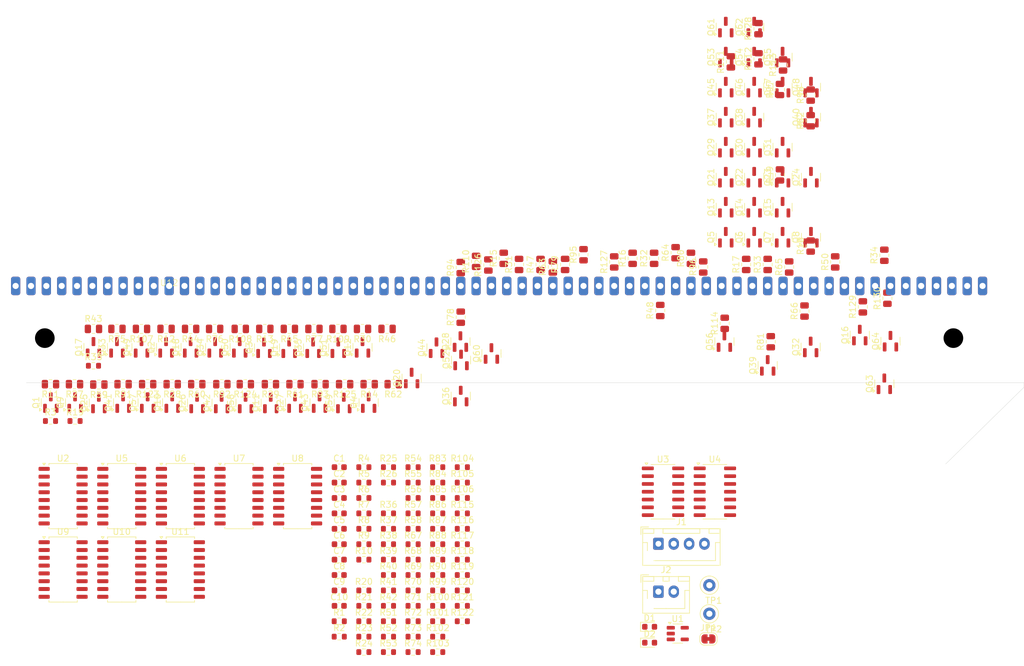
<source format=kicad_pcb>
(kicad_pcb (version 20240108) (generator "pcbnew") (generator_version "8.0")
  (layers (0 "F.Cu" signal) (31 "B.Cu" signal) (34 "B.Paste" user) (35 "F.Paste" user) (36 "B.SilkS" user "B.Silkscreen") (37 "F.SilkS" user "F.Silkscreen") (38 "B.Mask" user) (39 "F.Mask" user) (44 "Edge.Cuts" user))
  (net 0 "")
  (net 1 "GND")
  (net 2 "VCC")
  (net 3 "Net-(D1-A)")
  (net 4 "Net-(D2-A)")
  (net 5 "/RESET_COUNT")
  (net 6 "/INPUT_CLK")
  (net 7 "HT")
  (net 8 "Net-(JP1-A)")
  (net 9 "/LAST_COUNT_RESET")
  (net 10 "Net-(Q1-B)")
  (net 11 "/K0")
  (net 12 "/K8")
  (net 13 "Net-(Q2-B)")
  (net 14 "/K16")
  (net 15 "Net-(Q3-B)")
  (net 16 "Net-(Q4-B)")
  (net 17 "/K24")
  (net 18 "Net-(Q5-B)")
  (net 19 "/K32")
  (net 20 "Net-(Q6-B)")
  (net 21 "/K40")
  (net 22 "Net-(Q7-B)")
  (net 23 "/K48")
  (net 24 "/K56")
  (net 25 "Net-(Q8-B)")
  (net 26 "/OUT_K0")
  (net 27 "/OUT_K8")
  (net 28 "/OUT_K16")
  (net 29 "/OUT_K24")
  (net 30 "/OUT_K32")
  (net 31 "/OUT_K40")
  (net 32 "/OUT_K48")
  (net 33 "/OUT_K56")
  (net 34 "Net-(Q9-B)")
  (net 35 "/K1")
  (net 36 "/K9")
  (net 37 "Net-(Q10-B)")
  (net 38 "/K17")
  (net 39 "Net-(Q11-B)")
  (net 40 "/K25")
  (net 41 "Net-(Q12-B)")
  (net 42 "Net-(Q13-B)")
  (net 43 "/K33")
  (net 44 "Net-(Q14-B)")
  (net 45 "/K41")
  (net 46 "/K49")
  (net 47 "Net-(Q15-B)")
  (net 48 "/K57")
  (net 49 "Net-(Q16-B)")
  (net 50 "/OUT_K1")
  (net 51 "/OUT_K9")
  (net 52 "/OUT_K17")
  (net 53 "/OUT_K25")
  (net 54 "/OUT_K33")
  (net 55 "/OUT_K41")
  (net 56 "/OUT_K49")
  (net 57 "/OUT_K57")
  (net 58 "Net-(Q17-B)")
  (net 59 "/K2")
  (net 60 "/K10")
  (net 61 "Net-(Q18-B)")
  (net 62 "/K18")
  (net 63 "Net-(Q19-B)")
  (net 64 "/K26")
  (net 65 "Net-(Q20-B)")
  (net 66 "Net-(Q21-B)")
  (net 67 "/K34")
  (net 68 "/K42")
  (net 69 "Net-(Q22-B)")
  (net 70 "/K50")
  (net 71 "Net-(Q23-B)")
  (net 72 "/K58")
  (net 73 "Net-(Q24-B)")
  (net 74 "/OUT_K2")
  (net 75 "/OUT_K10")
  (net 76 "/OUT_K18")
  (net 77 "/OUT_K26")
  (net 78 "/OUT_K34")
  (net 79 "/OUT_K42")
  (net 80 "/OUT_K50")
  (net 81 "/OUT_K58")
  (net 82 "/K3")
  (net 83 "Net-(Q25-B)")
  (net 84 "Net-(Q26-B)")
  (net 85 "/K11")
  (net 86 "/K19")
  (net 87 "Net-(Q27-B)")
  (net 88 "Net-(Q28-B)")
  (net 89 "/K27")
  (net 90 "Net-(Q29-B)")
  (net 91 "/K35")
  (net 92 "Net-(Q30-B)")
  (net 93 "/K43")
  (net 94 "/K51")
  (net 95 "Net-(Q31-B)")
  (net 96 "/K59")
  (net 97 "Net-(Q32-B)")
  (net 98 "/OUT_K3")
  (net 99 "/OUT_K11")
  (net 100 "/OUT_K19")
  (net 101 "/OUT_K27")
  (net 102 "/OUT_K35")
  (net 103 "/OUT_K43")
  (net 104 "/OUT_K51")
  (net 105 "/OUT_K59")
  (net 106 "/K4")
  (net 107 "Net-(Q33-B)")
  (net 108 "Net-(Q34-B)")
  (net 109 "/K12")
  (net 110 "/K20")
  (net 111 "Net-(Q35-B)")
  (net 112 "/K28")
  (net 113 "Net-(Q36-B)")
  (net 114 "/K36")
  (net 115 "Net-(Q37-B)")
  (net 116 "Net-(Q38-B)")
  (net 117 "/K44")
  (net 118 "/K52")
  (net 119 "Net-(Q39-B)")
  (net 120 "Net-(Q40-B)")
  (net 121 "/K60")
  (net 122 "/OUT_K4")
  (net 123 "/OUT_K12")
  (net 124 "/OUT_K20")
  (net 125 "/OUT_K28")
  (net 126 "/OUT_K36")
  (net 127 "/OUT_K44")
  (net 128 "/OUT_K52")
  (net 129 "/OUT_K60")
  (net 130 "/K5")
  (net 131 "Net-(Q41-B)")
  (net 132 "/K13")
  (net 133 "Net-(Q42-B)")
  (net 134 "/K21")
  (net 135 "Net-(Q43-B)")
  (net 136 "/K29")
  (net 137 "Net-(Q44-B)")
  (net 138 "Net-(Q45-B)")
  (net 139 "/K37")
  (net 140 "/K45")
  (net 141 "Net-(Q46-B)")
  (net 142 "Net-(Q47-B)")
  (net 143 "/K53")
  (net 144 "/K61")
  (net 145 "Net-(Q48-B)")
  (net 146 "/OUT_K5")
  (net 147 "/OUT_K13")
  (net 148 "/OUT_K21")
  (net 149 "/OUT_K29")
  (net 150 "/OUT_K37")
  (net 151 "/OUT_K45")
  (net 152 "/OUT_K53")
  (net 153 "/OUT_K61")
  (net 154 "Net-(Q49-B)")
  (net 155 "/K6")
  (net 156 "Net-(Q50-B)")
  (net 157 "/K14")
  (net 158 "/K22")
  (net 159 "Net-(Q51-B)")
  (net 160 "Net-(Q52-B)")
  (net 161 "/K30")
  (net 162 "/K38")
  (net 163 "Net-(Q53-B)")
  (net 164 "Net-(Q54-B)")
  (net 165 "/uK46")
  (net 166 "/K54")
  (net 167 "Net-(Q55-B)")
  (net 168 "Net-(Q56-B)")
  (net 169 "/K62")
  (net 170 "/OUT_K6")
  (net 171 "/OUT_K14")
  (net 172 "/OUT_K22")
  (net 173 "/OUT_K30")
  (net 174 "/OUT_K38")
  (net 175 "/OUT_K46")
  (net 176 "/OUT_K54")
  (net 177 "/OUT_K62")
  (net 178 "/K7")
  (net 179 "Net-(Q57-B)")
  (net 180 "Net-(Q58-B)")
  (net 181 "/K15")
  (net 182 "/K23")
  (net 183 "Net-(Q59-B)")
  (net 184 "/K31")
  (net 185 "Net-(Q60-B)")
  (net 186 "/K39")
  (net 187 "Net-(Q61-B)")
  (net 188 "Net-(Q62-B)")
  (net 189 "/K47")
  (net 190 "/K55")
  (net 191 "Net-(Q63-B)")
  (net 192 "Net-(Q64-B)")
  (net 193 "/K63")
  (net 194 "/OUT_K7")
  (net 195 "/OUT_K15")
  (net 196 "/OUT_K23")
  (net 197 "/OUT_K31")
  (net 198 "/OUT_K39")
  (net 199 "/OUT_K55")
  (net 200 "/OUT_K63")
  (net 201 "Net-(U11-Q9)")
  (net 202 "Net-(U11-Cout)")
  (net 203 "Net-(U2-Reset)")
  (net 204 "Net-(U2-CKEN)")
  (net 206 "Net-(U6-CKEN)")
  (net 207 "Net-(U8-CLK)")
  (net 208 "Net-(U5-CLK)")
  (net 210 "Net-(U7-CLK)")
  (net 211 "/CLK")
  (net 212 "Net-(U7-CKEN)")
  (net 213 "Net-(U5-CKEN)")
  (net 214 "Net-(U6-CLK)")
  (net 215 "Net-(U10-CLK)")
  (net 216 "Net-(U9-CKEN)")
  (net 217 "Net-(U10-CKEN)")
  (net 218 "Net-(U9-CLK)")
  (net 219 "Net-(U8-CKEN)")
  (net 220 "Net-(U11-CLK)")
  (net 221 "Net-(U5-Q0)")
  (net 223 "Net-(U6-Q0)")
  (net 226 "Net-(U7-Q0)")
  (net 227 "Net-(U8-Q0)")
  (net 230 "/K46")
  (net 231 "Net-(U10-Reset)")
  (net 232 "Net-(U10-Q0)")
  (net 235 "/OUT_K47")
  (footprint "Package_TO_SOT_SMD:SOT-23" (layer "F.Cu") (at 104 72 90)
    (property "Reference" "Q10")
    (property "Value" "Q_NPN_BEC")
  )
  (footprint "Resistor_SMD:R_0805_2012Metric" (layer "F.Cu") (at 140 69 180)
    (property "Reference" "R62")
    (property "Value" "220K")
  )
  (footprint "Resistor_SMD:R_0603_1608Metric" (layer "F.Cu") (at 131.21 107.62)
    (property "Reference" "R1")
    (property "Value" "100K")
  )
  (footprint "Package_TO_SOT_SMD:SOT-23" (layer "F.Cu") (at 194.175 30.3925 90)
    (property "Reference" "Q29")
    (property "Value" "Q_NPN_BEC")
  )
  (footprint "Resistor_SMD:R_0603_1608Metric" (layer "F.Cu") (at 139.23 102.6)
    (property "Reference" "R41")
    (property "Value" "10K")
  )
  (footprint "Resistor_SMD:R_0805_2012Metric" (layer "F.Cu") (at 182.5 48.5 90)
    (property "Reference" "R32")
    (property "Value" "220K")
  )
  (footprint "Resistor_SMD:R_0603_1608Metric" (layer "F.Cu") (at 147.25 100.09)
    (property "Reference" "R90")
    (property "Value" "10K")
  )
  (footprint "Resistor_SMD:R_0805_2012Metric" (layer "F.Cu") (at 127.0875 60 180)
    (property "Reference" "R77")
    (property "Value" "220K")
  )
  (footprint "Resistor_SMD:R_0805_2012Metric" (layer "F.Cu") (at 197.5 49.5 90)
    (property "Reference" "R17")
    (property "Value" "220K")
  )
  (footprint "Resistor_SMD:R_0603_1608Metric" (layer "F.Cu") (at 143.24 87.54)
    (property "Reference" "R56")
    (property "Value" "10K")
  )
  (footprint "Resistor_SMD:R_0805_2012Metric" (layer "F.Cu") (at 88.0875 69 180)
    (property "Reference" "R27")
    (property "Value" "220K")
  )
  (footprint "Package_SO:SOIC-14_3.9x8.7mm_P1.27mm" (layer "F.Cu") (at 192.4 86.525)
    (property "Reference" "U4")
    (property "Value" "4081")
  )
  (footprint "Resistor_SMD:R_0603_1608Metric" (layer "F.Cu") (at 88.175 75)
    (property "Reference" "R19")
    (property "Value" "10K")
  )
  (footprint "Resistor_SMD:R_0805_2012Metric" (layer "F.Cu") (at 132.0875 69 180)
    (property "Reference" "R125")
    (property "Value" "220K")
  )
  (footprint "Package_TO_SOT_SMD:SOT-23" (layer "F.Cu") (at 198.8 25.5025 90)
    (property "Reference" "Q38")
    (property "Value" "Q_NPN_BEC")
  )
  (footprint "Resistor_SMD:R_0805_2012Metric" (layer "F.Cu") (at 104 69 180)
    (property "Reference" "R28")
    (property "Value" "220K")
  )
  (footprint "Capacitor_SMD:C_0603_1608Metric" (layer "F.Cu") (at 131.21 87.54)
    (property "Reference" "C3")
    (property "Value" "1uF")
  )
  (footprint "Package_TO_SOT_SMD:SOT-23-5" (layer "F.Cu") (at 186.35 109.625)
    (property "Reference" "U1")
    (property "Value" "74AUP1G32")
  )
  (footprint "Resistor_SMD:R_0603_1608Metric" (layer "F.Cu") (at 143.24 97.58)
    (property "Reference" "R68")
    (property "Value" "10K")
  )
  (footprint "Package_TO_SOT_SMD:SOT-23" (layer "F.Cu") (at 203.425 20.6125 90)
    (property "Reference" "Q47")
    (property "Value" "Q_NPN_BEC")
  )
  (footprint "Package_TO_SOT_SMD:SOT-23" (layer "F.Cu") (at 100 72 90)
    (property "Reference" "Q57")
    (property "Value" "Q_NPN_BEC")
  )
  (footprint "Resistor_SMD:R_0805_2012Metric" (layer "F.Cu") (at 203 21 90)
    (property "Reference" "R97")
    (property "Value" "220K")
  )
  (footprint "Resistor_SMD:R_0603_1608Metric" (layer "F.Cu") (at 147.25 90.05)
    (property "Reference" "R86")
    (property "Value" "10K")
  )
  (footprint "Package_TO_SOT_SMD:SOT-23" (layer "F.Cu") (at 115.95 72.0625 90)
    (property "Reference" "Q58")
    (property "Value" "Q_NPN_BEC")
  )
  (footprint "Resistor_SMD:R_0805_2012Metric" (layer "F.Cu") (at 115.9125 69 180)
    (property "Reference" "R124")
    (property "Value" "220K")
  )
  (footprint "Resistor_SMD:R_0603_1608Metric" (layer "F.Cu") (at 139.23 82.52)
    (property "Reference" "R25")
    (property "Value" "10K")
  )
  (footprint "Resistor_SMD:R_0805_2012Metric" (layer "F.Cu") (at 199.5 11.0875 90)
    (property "Reference" "R128")
    (property "Value" "220K")
  )
  (footprint "Resistor_SMD:R_0805_2012Metric" (layer "F.Cu") (at 203.5 17 90)
    (property "Reference" "R113")
    (property "Value" "220K")
  )
  (footprint "Resistor_SMD:R_0805_2012Metric" (layer "F.Cu") (at 171 47.9125 90)
    (property "Reference" "R95")
    (property "Value" "220K")
  )
  (footprint "Resistor_SMD:R_0805_2012Metric" (layer "F.Cu") (at 110.9125 60 180)
    (property "Reference" "R76")
    (property "Value" "220K")
  )
  (footprint "Package_TO_SOT_SMD:SOT-23" (layer "F.Cu") (at 203.425 15.7225 90)
    (property "Reference" "Q55")
    (property "Value" "Q_NPN_BEC")
  )
  (footprint "Package_SO:SOP-16_4.4x10.4mm_P1.27mm" (layer "F.Cu") (at 105.33 99.19)
    (property "Reference" "U11")
    (property "Value" "4017")
  )
  (footprint "Package_TO_SOT_SMD:SOT-23" (layer "F.Cu") (at 111 63 90)
    (property "Reference" "Q34")
    (property "Value" "Q_NPN_BEC")
  )
  (footprint "Resistor_SMD:R_0805_2012Metric" (layer "F.Cu") (at 95 60 180)
    (property "Reference" "R75")
    (property "Value" "220K")
  )
  (footprint "Package_TO_SOT_SMD:SOT-23" (layer "F.Cu") (at 84.225 72 90)
    (property "Reference" "Q1")
    (property "Value" "Q_NPN_BEC")
  )
  (footprint "Package_TO_SOT_SMD:SOT-23" (layer "F.Cu") (at 198.8 10.8325 90)
    (property "Reference" "Q62")
    (property "Value" "Q_NPN_BEC")
  )
  (footprint "Resistor_SMD:R_0805_2012Metric" (layer "F.Cu") (at 119.0875 60 180)
    (property "Reference" "R13")
    (property "Value" "220K")
  )
  (footprint "Package_TO_SOT_SMD:SOT-23" (layer "F.Cu") (at 198.8 20.6125 90)
    (property "Reference" "Q46")
    (property "Value" "Q_NPN_BEC")
  )
  (footprint "Resistor_SMD:R_0603_1608Metric" (layer "F.Cu") (at 147.25 110.13)
    (property "Reference" "R102")
    (property "Value" "10K")
  )
  (footprint "Package_TO_SOT_SMD:SOT-23" (layer "F.Cu") (at 198.8 35.2825 90)
    (property "Reference" "Q22")
    (property "Value" "Q_NPN_BEC")
  )
  (footprint "Resistor_SMD:R_0603_1608Metric" (layer "F.Cu") (at 91.175 66)
    (property "Reference" "R35")
    (property "Value" "10K")
  )
  (footprint "Resistor_SMD:R_0603_1608Metric" (layer "F.Cu") (at 147.25 105.11)
    (property "Reference" "R100")
    (property "Value" "10K")
  )
  (footprint "Package_TO_SOT_SMD:SOT-23" (layer "F.Cu") (at 194.175 35.2825 90)
    (property "Reference" "Q21")
    (property "Value" "Q_NPN_BEC")
  )
  (footprint "Resistor_SMD:R_0805_2012Metric" (layer "F.Cu") (at 124 69 180)
    (property "Reference" "R61")
    (property "Value" "220K")
  )
  (footprint "Resistor_SMD:R_0805_2012Metric" (layer "F.Cu") (at 151 58.0875 90)
    (property "Reference" "R78")
    (property "Value" "220K")
  )
  (footprint "Resistor_SMD:R_0603_1608Metric" (layer "F.Cu") (at 143.24 85.03)
    (property "Reference" "R55")
    (property "Value" "10K")
  )
  (footprint "Capacitor_SMD:C_0603_1608Metric" (layer "F.Cu") (at 131.21 82.52)
    (property "Reference" "C1")
    (property "Value" "1uF")
  )
  (footprint "Resistor_SMD:R_0603_1608Metric" (layer "F.Cu") (at 147.25 85.03)
    (property "Reference" "R84")
    (property "Value" "10K")
  )
  (footprint "Resistor_SMD:R_0603_1608Metric" (layer "F.Cu") (at 151.26 107.62)
    (property "Reference" "R122")
    (property "Value" "10K")
  )
  (footprint "Package_TO_SOT_SMD:SOT-23" (layer "F.Cu") (at 198.8 30.3925 90)
    (property "Reference" "Q30")
    (property "Value" "Q_NPN_BEC")
  )
  (footprint "Resistor_SMD:R_0603_1608Metric" (layer "F.Cu") (at 147.25 107.62)
    (property "Reference" "R101")
    (property "Value" "10K")
  )
  (footprint "Resistor_SMD:R_0805_2012Metric" (layer "F.Cu") (at 151 50 90)
    (property "Reference" "R94")
    (property "Value" "220K")
  )
  (footprint "Resistor_SMD:R_0603_1608Metric" (layer "F.Cu") (at 139.23 95.07)
    (property "Reference" "R38")
    (property "Value" "10K")
  )
  (footprint "Resistor_SMD:R_0603_1608Metric" (layer "F.Cu") (at 135.22 112.64)
    (property "Reference" "R24")
    (property "Value" "10K")
  )
  (footprint "Resistor_SMD:R_0805_2012Metric" (layer "F.Cu") (at 158 48.5 90)
    (property "Reference" "R15")
    (property "Value" "220K")
  )
  (footprint "Resistor_SMD:R_0603_1608Metric" (layer "F.Cu") (at 143.24 82.52)
    (property "Reference" "R54")
    (property "Value" "10K")
  )
  (footprint "Resistor_SMD:R_0805_2012Metric" (layer "F.Cu") (at 107 60 180)
    (property "Reference" "R44")
    (property "Value" "220K")
  )
  (footprint "Package_TO_SOT_SMD:SOT-23" (layer "F.Cu") (at 194.175 25.5025 90)
    (property "Reference" "Q37")
    (property "Value" "Q_NPN_BEC")
  )
  (footprint "Package_SO:SOP-16_4.4x10.4mm_P1.27mm" (layer "F.Cu") (at 105.33 87.24)
    (property "Reference" "U6")
    (property "Value" "4017")
  )
  (footprint "Package_TO_SOT_SMD:SOT-23" (layer "F.Cu") (at 131.05 63.0625 90)
    (property "Reference" "Q51")
    (property "Value" "Q_NPN_BEC")
  )
  (footprint "Package_TO_SOT_SMD:SOT-23" (layer "F.Cu") (at 95 63 90)
    (property "Reference" "Q33")
    (property "Value" "Q_NPN_BEC")
  )
  (footprint "Package_TO_SOT_SMD:SOT-23" (layer "F.Cu") (at 135 63 90)
    (property "Reference" "Q12")
    (property "Value" "Q_NPN_BEC")
  )
  (footprint "Resistor_SMD:R_0603_1608Metric" (layer "F.Cu") (at 147.25 102.6)
    (property "Reference" "R99")
    (property "Value" "10K")
  )
  (footprint "Resistor_SMD:R_0603_1608Metric" (layer "F.Cu") (at 135.22 110.13)
    (property "Reference" "R23")
    (property "Value" "10K")
  )
  (footprint "Package_TO_SOT_SMD:SOT-23" (layer "F.Cu") (at 112.05 72.0625 90)
    (property "Reference" "Q42")
    (property "Value" "Q_NPN_BEC")
  )
  (footprint "Resistor_SMD:R_0805_2012Metric" (layer "F.Cu") (at 108 69 180)
    (property "Reference" "R60")
    (property "Value" "220K")
  )
  (footprint "Package_SO:SOP-16_4.4x10.4mm_P1.27mm" (layer "F.Cu") (at 95.78 87.24)
    (property "Reference" "U5")
    (property "Value" "4017")
  )
  (footprint "Package_TO_SOT_SMD:SOT-23" (layer "F.Cu") (at 208.05 20.6125 90)
    (property "Reference" "Q48")
    (property "Value" "Q_NPN_BEC")
  )
  (footprint "Package_TO_SOT_SMD:SOT-23" (layer "F.Cu") (at 194.175 45.0625 90)
    (property "Reference" "Q5")
    (property "Value" "Q_NPN_BEC")
  )
  (footprint "Resistor_SMD:R_0603_1608Metric" (layer "F.Cu") (at 143.24 105.11)
    (property "Reference" "R71")
    (property "Value" "10K")
  )
  (footprint "Resistor_SMD:R_0603_1608Metric" (layer "F.Cu") (at 151.26 85.03)
    (property "Reference" "R105")
    (property "Value" "10K")
  )
  (footprint "Resistor_SMD:R_0603_1608Metric" (layer "F.Cu") (at 143.24 95.07)
    (property "Reference" "R67")
    (property "Value" "10K")
  )
  (footprint "Jumper:SolderJumper-2_P1.3mm_Bridged_RoundedPad1.0x1.5mm" (layer "F.Cu") (at 191.35 110.5)
    (property "Reference" "JP1")
    (property "Value" "Jumper_2_Bridged")
  )
  (footprint "Package_TO_SOT_SMD:SOT-23" (layer "F.Cu") (at 123.05 63.0625 90)
    (property "Reference" "Q19")
    (property "Value" "Q_NPN_BEC")
  )
  (footprint "Package_TO_SOT_SMD:SOT-23" (layer "F.Cu") (at 91.175 63 90)
    (property "Reference" "Q17")
    (property "Value" "Q_NPN_BEC")
  )
  (footprint "Resistor_SMD:R_0805_2012Metric" (layer "F.Cu") (at 123.0875 60 180)
    (property "Reference" "R45")
    (property "Value" "220K")
  )
  (footprint "Resistor_SMD:R_0805_2012Metric" (layer "F.Cu") (at 166 49.9125 90)
    (property "Reference" "R63")
    (property "Value" "220K")
  )
  (footprint "Package_SO:SOP-16_4.4x10.4mm_P1.27mm" (layer "F.Cu") (at 114.88 87.24)
    (property "Reference" "U7")
    (property "Value" "4017")
  )
  (footprint "Package_TO_SOT_SMD:SOT-23" (layer "F.Cu") (at 198.8 15.7225 90)
    (property "Reference" "Q54")
    (property "Value" "Q_NPN_BEC")
  )
  (footprint "Resistor_SMD:R_0805_2012Metric" (layer "F.Cu") (at 99 60 180)
    (property "Reference" "R107")
    (property "Value" "220K")
  )
  (footprint "Resistor_SMD:R_0805_2012Metric" (layer "F.Cu") (at 96 69 180)
    (property "Reference" "R91")
    (property "Value" "220K")
  )
  (footprint "Resistor_SMD:R_0805_2012Metric" (layer "F.Cu") (at 160.5 49.5 90)
    (property "Reference" "R31")
    (property "Value" "220K")
  )
  (footprint "Resistor_SMD:R_0603_1608Metric" (layer "F.Cu") (at 151.26 105.11)
    (property "Reference" "R121")
    (property "Value" "10K")
  )
  (footprint "Resistor_SMD:R_0805_2012Metric" (layer "F.Cu") (at 176 49.0875 90)
    (property "Reference" "R127")
    (property "Value" "220K")
  )
  (footprint "Package_SO:SOP-16_4.4x10.4mm_P1.27mm" (layer "F.Cu") (at 124.43 87.24)
    (property "Reference" "U8")
    (property "Value" "4017")
  )
  (footprint "Resistor_SMD:R_0805_2012Metric" (layer "F.Cu") (at 183.5 57 90)
    (property "Reference" "R48")
    (property "Value" "220K")
  )
  (footprint "Resistor_SMD:R_0805_2012Metric" (layer "F.Cu") (at 203 34.9125 90)
    (property "Reference" "R49")
    (property "Value" "220K")
  )
  (footprint "Package_TO_SOT_SMD:SOT-23" (layer "F.Cu") (at 126.95 63.0625 90)
    (property "Reference" "Q35")
    (property "Value" "Q_NPN_BEC")
  )
  (footprint "Resistor_SMD:R_0603_1608Metric" (layer "F.Cu") (at 151.26 95.07)
    (property "Reference" "R117")
    (property "Value" "10K")
  )
  (footprint "Resistor_SMD:R_0805_2012Metric" (layer "F.Cu") (at 139 60 180)
    (property "Reference" "R46")
    (property "Value" "220K")
  )
  (footprint "Package_TO_SOT_SMD:SOT-23" (layer "F.Cu") (at 208.05 45.0625 90)
    (property "Reference" "Q8")
    (property "Value" "Q_NPN_BEC")
  )
  (footprint "Connector_JST:JST_XH_B2B-XH-AM_1x02_P2.50mm_Vertical" (layer "F.Cu") (at 183.2 102.8)
    (property "Reference" "J2")
    (property "Value" "Conn_01x02")
  )
  (footprint "Resistor_SMD:R_0805_2012Metric" (layer "F.Cu") (at 120 69 180)
    (property "Reference" "R29")
    (property "Value" "220K")
  )
  (footprint "Package_TO_SOT_SMD:SOT-23" (layer "F.Cu") (at 108.05 72.0625 90)
    (property "Reference" "Q26")
    (property "Value" "Q_NPN_BEC")
  )
  (footprint "Resistor_SMD:R_0603_1608Metric" (layer "F.Cu") (at 151.26 92.56)
    (property "Reference" "R116")
    (property "Value" "10K")
  )
  (footprint "Resistor_SMD:R_0805_2012Metric" (layer "F.Cu") (at 112.0875 69 180)
    (property "Reference" "R92")
    (property "Value" "220K")
  )
  (footprint "Package_TO_SOT_SMD:SOT-23" (layer "F.Cu") (at 194.175 20.6125 90)
    (property "Reference" "Q45")
    (property "Value" "Q_NPN_BEC")
  )
  (footprint "Resistor_SMD:R_0603_1608Metric" (layer "F.Cu") (at 135.22 85.03)
    (property "Reference" "R5")
    (property "Value" "10K")
  )
  (footprint "LED_SMD:LED_0603_1608Metric" (layer "F.Cu") (at 181.77 111.11)
    (property "Reference" "D2")
    (property "Value" "LED")
  )
  (footprint "Package_TO_SOT_SMD:SOT-23" (layer "F.Cu") (at 131.95 72.0625 90)
    (property "Reference" "Q59")
    (property "Value" "Q_NPN_BEC")
  )
  (footprint "Package_TO_SOT_SMD:SOT-23" (layer "F.Cu") (at 99 63 90)
    (property "Reference" "Q49")
    (property "Value" "Q_NPN_BEC")
  )
  (footprint "Resistor_SMD:R_0603_1608Metric" (layer "F.Cu") (at 143.24 112.64)
    (property "Reference" "R74")
    (property "Value" "10K")
  )
  (footprint "Resistor_SMD:R_0603_1608Metric" (layer "F.Cu") (at 143.24 110.13)
    (property "Reference" "R73")
    (property "Value" "10K")
  )
  (footprint "Package_TO_SOT_SMD:SOT-23" (layer "F.Cu") (at 203.425 30.3925 90)
    (property "Reference" "Q31")
    (property "Value" "Q_NPN_BEC")
  )
  (footprint "Resistor_SMD:R_0603_1608Metric" (layer "F.Cu") (at 135.22 82.52)
    (property "Reference" "R4")
    (property "Value" "10K")
  )
  (footprint "Resistor_SMD:R_0805_2012Metric" (layer "F.Cu") (at 194 59.0875 90)
    (property "Reference" "R114")
    (property "Value" "220K")
  )
  (footprint "Package_TO_SOT_SMD:SOT-23" (layer "F.Cu") (at 198.8 45.0625 90)
    (property "Reference" "Q6")
    (property "Value" "Q_NPN_BEC")
  )
  (footprint "Package_TO_SOT_SMD:SOT-23" (layer "F.Cu") (at 107 63 90)
    (property "Reference" "Q18")
    (property "Value" "Q_NPN_BEC")
  )
  (footprint "Resistor_SMD:R_0805_2012Metric" (layer "F.Cu") (at 201 49.5 90)
    (property "Reference" "R33")
    (property "Value" "220K")
  )
  (footprint "Resistor_SMD:R_0805_2012Metric" (layer "F.Cu") (at 91.175 60)
    (property "Reference" "R43")
    (property "Value" "220K")
  )
  (footprint "Package_TO_SOT_SMD:SOT-23" (layer "F.Cu") (at 208 62.9375 90)
    (property "Reference" "Q32")
    (property "Value" "Q_NPN_BEC")
  )
  (footprint "Resistor_SMD:R_0603_1608Metric" (layer "F.Cu") (at 147.25 112.64)
    (property "Reference" "R103")
    (property "Value" "10K")
  )
  (footprint "Resistor_SMD:R_0805_2012Metric" (layer "F.Cu") (at 208 46.5 90)
    (property "Reference" "R18")
    (property "Value" "220K")
  )
  (footprint "Resistor_SMD:R_0603_1608Metric" (layer "F.Cu") (at 135.22 87.54)
    (property "Reference" "R6")
    (property "Value" "10K")
  )
  (footprint "Capacitor_SMD:C_0603_1608Metric" (layer "F.Cu") (at 131.21 90.05)
    (property "Reference" "C4")
    (property "Value" "1uF")
  )
  (footprint "Resistor_SMD:R_0603_1608Metric" (layer "F.Cu") (at 147.25 97.58)
    (property "Reference" "R89")
    (property "Value" "10K")
  )
  (footprint "Package_SO:SOP-16_4.4x10.4mm_P1.27mm" (layer "F.Cu") (at 86.23 99.19)
    (property "Reference" "U9")
    (property "Value" "4017")
  )
  (footprint "Resistor_SMD:R_0603_1608Metric" (layer "F.Cu") (at 135.22 107.62)
    (property "Reference" "R22")
    (property "Value" "10K")
  )
  (footprint "Package_TO_SOT_SMD:SOT-23" (layer "F.Cu") (at 203.425 40.1725 90)
    (property "Reference" "Q15")
    (property "Value" "Q_NPN_BEC")
  )
  (footprint "Package_TO_SOT_SMD:SOT-23" (layer "F.Cu") (at 92.05 72.0625 90)
    (property "Reference" "Q25")
    (property "Value" "Q_NPN_BEC")
  )
  (footprint "Package_TO_SOT_SMD:SOT-23" (layer "F.Cu") (at 201 65.9375 90)
    (property "Reference" "Q39")
    (property "Value" "Q_NPN_BEC")
  )
  (footprint "Package_TO_SOT_SMD:SOT-23" (layer "F.Cu") (at 194.175 10.8325 90)
    (property "Reference" "Q61")
    (property "Value" "Q_NPN_BEC")
  )
  (footprint "Resistor_SMD:R_0603_1608Metric" (layer "F.Cu") (at 151.26 100.09)
    (property "Reference" "R119")
    (property "Value" "10K")
  )
  (footprint "Capacitor_SMD:C_0603_1608Metric" (layer "F.Cu") (at 131.21 95.07)
    (property "Reference" "C6")
    (property "Value" "1uF")
  )
  (footprint "Capacitor_SMD:C_0603_1608Metric" (layer "F.Cu") (at 131.21 85.03)
    (property "Reference" "C2")
    (property "Value" "1uF")
  )
  (footprint "Package_TO_SOT_SMD:SOT-23" (layer "F.Cu") (at 124 72 90)
    (property "Reference" "Q27")
    (property "Value" "Q_NPN_BEC")
  )
  (footprint "Capacitor_SMD:C_0603_1608Metric" (layer "F.Cu") (at 131.21 105.11)
    (property "Reference" "C10")
    (property "Value" "1uF")
  )
  (footprint "Resistor_SMD:R_0603_1608Metric" (layer "F.Cu") (at 139.23 92.56)
    (property "Reference" "R37")
    (property "Value" "10K")
  )
  (footprint "Resistor_SMD:R_0805_2012Metric" (layer "F.Cu") (at 179 48.5 90)
    (property "Reference" "R16")
    (property "Value" "220K")
  )
  (footprint "Resistor_SMD:R_0603_1608Metric" (layer "F.Cu") (at 143.24 92.56)
    (property "Reference" "R58")
    (property "Value" "10K")
  )
  (footprint "Package_TO_SOT_SMD:SOT-23" (layer "F.Cu") (at 115 63 90)
    (property "Reference" "Q50")
    (property "Value" "Q_NPN_BEC")
  )
  (footprint "Resistor_SMD:R_0603_1608Metric" (layer "F.Cu") (at 139.23 90.05)
    (property "Reference" "R36")
    (property "Value" "10K")
  )
  (footprint "Resistor_SMD:R_0805_2012Metric" (layer "F.Cu") (at 155.5 49.5875 90)
    (property "Reference" "R126")
    (property "Value" "220K")
  )
  (footprint "Connector_JST:JST_XH_B4B-XH-AM_1x04_P2.50mm_Vertical" (layer "F.Cu") (at 183.2 95)
    (property "Reference" "J1")
    (property "Value" "Conn_01x04")
  )
  (footprint "Resistor_SMD:R_0805_2012Metric" (layer "F.Cu") (at 204.5 49.9125 90)
    (property "Reference" "R65")
    (property "Value" "220K")
  )
  (footprint "Resistor_SMD:R_0805_2012Metric" (layer "F.Cu") (at 195 16.5 90)
    (property "Reference" "R111")
    (property "Value" "220K")
  )
  (footprint "Resistor_SMD:R_0805_2012Metric" (layer "F.Cu") (at 84.175 69 180)
    (property "Reference" "R11")
    (property "Value" "220K")
  )
  (footprint "Resistor_SMD:R_0603_1608Metric" (layer "F.Cu") (at 143.24 102.6)
    (property "Reference" "R70")
    (property "Value" "10K")
  )
  (footprint "Resistor_SMD:R_0603_1608Metric" (layer "F.Cu") (at 147.25 92.56)
    (property "Reference" "R87")
    (property "Value" "10K")
  )
  (footprint "Resistor_SMD:R_0603_1608Metric" (layer "F.Cu") (at 147.25 95.07)
    (property "Reference" "R88")
    (property "Value" "10K")
  )
  (footprint "Capacitor_SMD:C_0603_1608Metric" (layer "F.Cu") (at 131.21 97.58)
    (property "Reference" "C7")
    (property "Value" "1uF")
  )
  (footprint "LED_SMD:LED_0603_1608Metric" (layer "F.Cu") (at 181.77 108.52)
    (property "Reference" "D1")
    (property "Value" "LED")
  )
  (footprint "Package_TO_SOT_SMD:SOT-23" (layer "F.Cu") (at 194.175 40.1725 90)
    (property "Reference" "Q13")
    (property "Value" "Q_NPN_BEC")
  )
  (footprint "Resistor_SMD:R_0603_1608Metric" (layer "F.Cu") (at 139.23 97.58)
    (property "Reference" "R39")
    (property "Value" "10K")
  )
  (footprint "Package_SO:SOIC-14_3.9x8.7mm_P1.27mm" (layer "F.Cu") (at 183.95 86.525)
    (property "Reference" "U3")
    (property "Value" "4081")
  )
  (footprint "Package_TO_SOT_SMD:SOT-23" (layer "F.Cu") (at 208.05 25.5025 90)
    (property "Reference" "Q40")
    (property "Value" "Q_NPN_BEC")
  )
  (footprint "Resistor_SMD:R_0603_1608Metric" (layer "F.Cu") (at 151.26 97.58)
    (property "Reference" "R118")
    (property "Value" "10K")
  )
  (footprint "Resistor_SMD:R_0805_2012Metric" (layer "F.Cu") (at 190.5 49.9125 90)
    (property "Reference" "R96")
    (property "Value" "220K")
  )
  (footprint "Resistor_SMD:R_0805_2012Metric" (layer "F.Cu") (at 188.5 48.5 90)
    (property "Reference" "R80")
    (property "Value" "220K")
  )
  (footprint "Resistor_SMD:R_0805_2012Metric" (layer "F.Cu") (at 208 21.9125 90)
    (property "Reference" "R98")
    (property "Value" "220K")
  )
  (footprint "Resistor_SMD:R_0805_2012Metric" (layer "F.Cu") (at 131 60 180)
    (property "Reference" "R109")
    (property "Value" "220K")
  )
  (footprint "Resistor_SMD:R_0805_2012Metric" (layer "F.Cu") (at 164 49.5 90)
    (property "Reference" "R47")
    (property "Value" "220K")
  )
  (footprint "Package_TO_SOT_SMD:SOT-23" (layer "F.Cu") (at 150.95 62.0625 90)
    (property "Reference" "Q28")
    (property "Value" "Q_NPN_BEC")
  )
  (footprint "Resistor_SMD:R_0603_1608Metric" (layer "F.Cu") (at 151.26 102.6)
    (property "Reference" "R120")
    (property "Value" "10K")
  )
  (footprint "Resistor_SMD:R_0603_1608Metric" (layer "F.Cu") (at 139.23 85.03)
    (property "Reference" "R26")
    (property "Value" "10K")
  )
  (footprint "Package_TO_SOT_SMD:SOT-23" (layer "F.Cu") (at 147.05 63.0625 90)
    (property "Reference" "Q44")
    (property "Value" "Q_NPN_BEC")
  )
  (footprint "Resistor_SMD:R_0603_1608Metric" (layer "F.Cu") (at 139.23 110.13)
    (property "Reference" "R52")
    (property "Value" "10K")
  )
  (footprint "Resistor_SMD:R_0805_2012Metric" (layer "F.Cu") (at 115.0875 60 180)
    (property "Reference" "R108")
    (property "Value" "220K")
  )
  (footprint "Resistor_SMD:R_0805_2012Metric" (layer "F.Cu") (at 207 57.0875 90)
    (property "Reference" "R66")
    (property "Value" "220K")
  )
  (footprint "Resistor_SMD:R_0603_1608Metric" (layer "F.Cu") (at 135.22 97.58)
    (property "Reference" "R10")
    (property "Value" "10K")
  )
  (footprint "Resistor_SMD:R_0805_2012Metric" (layer "F.Cu") (at 92.05 69.0625 180)
    (property "Reference" "R59")
    (property "Value" "220K")
  )
  (footprint "Resistor_SMD:R_0603_1608Metric" (layer "F.Cu") (at 151.26 87.54)
    (property "Reference" "R106")
    (property "Value" "10K")
  )
  (footprint "Capacitor_SMD:C_0603_1608Metric" (layer "F.Cu") (at 131.21 102.6)
    (property "Reference" "C9")
    (property "Value" "1uF")
  )
  (footprint "Resistor_SMD:R_0603_1608Metric" (layer "F.Cu") (at 143.24 100.09)
    (property "Reference" "R69")
    (property "Value" "10K")
  )
  (footprint "Resistor_SMD:R_0603_1608Metric" (layer "F.Cu") (at 135.22 92.56)
    (property "Reference" "R8")
    (property "Value" "10K")
  )
  (footprint "Resistor_SMD:R_0603_1608Metric" (layer "F.Cu") (at 147.25 87.54)
    (property "Reference" "R85")
    (property "Value" "10K")
  )
  (footprint "TestPoint:TestPoint_Loop_D2.50mm_Drill1.0mm" (layer "F.Cu") (at 191.5 106.4)
    (property "Reference" "TP2")
    (property "Value" "TestPoint")
  )
  (footprint "Resistor_SMD:R_0805_2012Metric" (layer "F.Cu") (at 212 49.0875 90)
    (property "Reference" "R50")
    (property "Value" "220K")
  )
  (footprint "Resistor_SMD:R_0603_1608Metric" (layer "F.Cu") (at 135.22 105.11)
    (property "Reference" "R21")
    (property "Value" "10K")
  )
  (footprint "Package_TO_SOT_SMD:SOT-23" (layer "F.Cu") (at 96 72 90)
    (property "Reference" "Q41")
    (property "Value" "Q_NPN_BEC")
  )
  (footprint "Resistor_SMD:R_0805_2012Metric" (layer "F.Cu") (at 199.5 16 90)
    (property "Reference" "R112")
    (property "Value" "220K")
  )
  (footprint "Resistor_SMD:R_0603_1608Metric" (layer "F.Cu") (at 84.175 75)
    (property "Reference" "R3")
    (property "Value" "10K")
  )
  (footprint "Package_TO_SOT_SMD:SOT-23" (layer "F.Cu") (at 143 68 90)
    (property "Reference" "Q20")
    (property "Value" "Q_NPN_BEC")
  )
  (footprint "Resistor_SMD:R_0603_1608Metric" (layer "F.Cu") (at 131.21 110.13)
    (property "Reference" "R2")
    (property "Value" "1K")
  )
  (footprint "Package_TO_SOT_SMD:SOT-23" (layer "F.Cu") (at 203.425 45.0625 90)
    (property "Reference" "Q7")
    (property "Value" "Q_NPN_BEC")
  )
  (footprint "Resistor_SMD:R_0603_1608Metric" (layer "F.Cu") (at 139.23 100.09)
    (property "Reference" "R40")
    (property "Value" "10K")
  )
  (footprint "Resistor_SMD:R_0603_1608Metric" (layer "F.Cu") (at 151.26 90.05)
    (property "Reference" "R115")
    (property "Value" "10K")
  )
  (footprint "Resistor_SMD:R_0805_2012Metric" (layer "F.Cu") (at 135 60 180)
    (property "Reference" "R30")
    (property "Value" "220K")
  )
  (footprint "Package_SO:SOP-16_4.4x10.4mm_P1.27mm" (layer "F.Cu") (at 86.23 87.24)
    (property "Reference" "U2")
    (property "Value" "4017")
  )
  (footprint "Package_TO_SOT_SMD:SOT-23" (layer "F.Cu") (at 151 70.9375 90)
    (property "Reference" "Q36")
    (property "Value" "Q_NPN_BEC")
  )
  (footprint "Resistor_SMD:R_0805_2012Metric" (layer "F.Cu") (at 168 49.5 90)
    (property "Reference" "R79")
    (property "Value" "220K")
  )
  (footprint "Resistor_SMD:R_0805_2012Metric" (layer "F.Cu") (at 201.5 62.0875 90)
    (property "Reference" "R81")
    (property "Value" "220K")
  )
  (footprint "Package_TO_SOT_SMD:SOT-23" (layer "F.Cu") (at 194.175 15.7225 90)
    (property "Reference" "Q53")
    (property "Value" "Q_NPN_BEC")
  )
  (footprint "IGG1:IGG1" (layer "F.Cu") (at 78.5 53)
    (property "Reference" "U12")
    (property "Value" "~")
  )
  (footprint "Resistor_SMD:R_0805_2012Metric" (layer "F.Cu") (at 103 60 180)
    (property "Reference" "R12")
    (property "Value" "220K")
  )
  (footprint "Resistor_SMD:R_0603_1608Metric" (layer "F.Cu") (at 151.26 82.52)
    (property "Reference" "R104")
    (property "Value" "10K")
  )
  (footprint "Resistor_SMD:R_0603_1608Metric" (layer "F.Cu") (at 143.24 107.62)
    (property "Reference" "R72")
    (property "Value" "10K")
  )
  (footprint "Resistor_SMD:R_0805_2012Metric" (layer "F.Cu") (at 100 69 180)
    (property "Reference" "R123")
    (property "Value" "220K")
  )
  (footprint "TestPoint:TestPoint_Loop_D2.50mm_Drill1.0mm" (layer "F.Cu") (at 191.5 101.75)
    (property "Reference" "TP1")
    (property "Value" "TestPoint")
  )
  (footprint "Package_TO_SOT_SMD:SOT-23" (layer "F.Cu") (at 128 72 90)
    (property "Reference" "Q43")
    (property "Value" "Q_NPN_BEC")
  )
  (footprint "Package_TO_SOT_SMD:SOT-23" (layer "F.Cu") (at 103 63 90)
    (property "Reference" "Q2")
    (property "Value" "Q_NPN_BEC")
  )
  (footprint "Resistor_SMD:R_0805_2012Metric" (layer "F.Cu") (at 220.5 55 90)
    (property "Reference" "R130")
    (property "Value" "220K")
  )
  (footprint "Resistor_SMD:R_0603_1608Metric" (layer "F.Cu") (at 139.23 107.62)
    (property "Reference" "R51")
    (property "Value" "10K")
  )
  (footprint "Package_TO_SOT_SMD:SOT-23" (layer "F.Cu") (at 221 62 90)
    (property "Reference" "Q64")
    (property "Value" "Q_NPN_BEC")
  )
  (footprint "Resistor_SMD:R_0603_1608Metric" (layer "F.Cu") (at 139.23 112.64)
    (property "Reference" "R53")
    (property "Value" "10K")
  )
  (footprint "Package_TO_SOT_SMD:SOT-23" (layer "F.Cu") (at 120.05 72.0625 90)
    (property "Reference" "Q11")
    (property "Value" "Q_NPN_BEC")
  )
  (footprint "Capacitor_SMD:C_0603_1608Metric" (layer "F.Cu") (at 131.21 100.09)
    (property "Reference" "C8")
    (property "Value" "1uF")
  )
  (footprint "Resistor_SMD:R_0603_1608Metric" (layer "F.Cu") (at 143.24 90.05)
    (property "Reference" "R57")
    (property "Value" "10K")
  )
  (footprint "Package_TO_SOT_SMD:SOT-23" (layer "F.Cu") (at 203.425 35.2825 90)
    (property "Reference" "Q23")
    (property "Value" "Q_NPN_BEC")
  )
  (footprint "Package_TO_SOT_SMD:SOT-23" (layer "F.Cu") (at 220 68.9375 90)
    (property "Reference" "Q63")
    (property "Value" "Q_NPN_BEC")
  )
  (footprint "Package_TO_SOT_SMD:SOT-23" (layer "F.Cu") (at 151.05 65.0625 90)
    (property "Reference" "Q52")
    (property "Value" "Q_NPN_BEC")
  )
  (footprint "Package_TO_SOT_SMD:SOT-23" (layer "F.Cu") (at 88.175 72 90)
    (property "Reference" "Q9")
    (property "Value" "Q_NPN_BEC")
  )
  (footprint "Package_TO_SOT_SMD:SOT-23" (layer "F.Cu") (at 208.05 35.2825 90)
    (property "Reference" "Q24")
    (property "Value" "Q_NPN_BEC")
  )
  (footprint "Capacitor_SMD:C_0603_1608Metric" (layer "F.Cu") (at 131.21 92.56)
    (property "Reference" "C5")
    (property "Value" "1uF")
  )
  (footprint "Resistor_SMD:R_0603_1608Metric" (layer "F.Cu") (at 135.22 90.05)
    (property "Reference" "R7")
    (property "Value" "10K")
  )
  (footprint "Resistor_SMD:R_0603_1608Metric" (layer "F.Cu") (at 139.23 105.11)
    (property "Reference" "R42")
    (property "Value" "10K")
  )
  (footprint "Resistor_SMD:R_0805_2012Metric" (layer "F.Cu") (at 153.5 49 90)
    (property "Reference" "R110")
    (property "Value" "220K")
  )
  (footprint "Resistor_SMD:R_0805_2012Metric" (layer "F.Cu") (at 136.0875 69 180)
    (property "Reference" "R14")
    (property "Value" "220K")
  )
  (footprint "Package_TO_SOT_SMD:SOT-23" (layer "F.Cu") (at 156 64 90)
    (property "Reference" "Q60")
    (property "Value" "Q_NPN_BEC")
  )
  (footprint "Package_TO_SOT_SMD:SOT-23" (layer "F.Cu") (at 136 72 90)
    (property "Reference" "Q4")
    (property "Value" "Q_NPN_BEC")
  )
  (footprint "Resistor_SMD:R_0603_1608Metric" (layer "F.Cu") (at 147.25 82.52)
    (property "Reference" "R83")
    (property "Value" "10K")
  )
  (footprint "Resistor_SMD:R_0805_2012Metric" (layer "F.Cu") (at 220 48 90)
    (property "Reference" "R34")
    (property "Value" "220K")
  )
  (footprint "Resistor_SMD:R_0603_1608Metric" (layer "F.Cu") (at 135.22 102.6)
    (property "Reference" "R20")
    (property "Value" "10K")
  )
  (footprint "Package_TO_SOT_SMD:SOT-23" (layer "F.Cu") (at 216 61 90)
    (property "Reference" "Q16")
    (property "Value" "Q_NPN_BEC")
  )
  (footprint "Package_SO:SOP-16_4.4x10.4mm_P1.27mm" (layer "F.Cu") (at 95.78 99.19)
    (property "Reference" "U10")
    (property "Value" "4017")
  )
  (footprint "Resistor_SMD:R_0805_2012Metric" (layer "F.Cu") (at 128.0875 69 180)
    (property "Reference" "R93")
    (property "Value" "220K")
  )
  (footprint "Package_TO_SOT_SMD:SOT-23" (layer "F.Cu") (at 118.95 63.0625 90)
    (property "Reference" "Q3")
    (property "Value" "Q_NPN_BEC")
  )
  (footprint "Resistor_SMD:R_0805_2012Metric" (layer "F.Cu") (at 186 47.5875 90)
    (property "Reference" "R64")
    (property "Value" "220K")
  )
  (footprint "Package_TO_SOT_SMD:SOT-23" (layer "F.Cu") (at 193.95 62.0625 90)
    (property "Reference" "Q56")
    (property "Value" "Q_NPN_BEC")
  )
  (footprint "Package_TO_SOT_SMD:SOT-23" (layer "F.Cu") (at 198.8 40.1725 90)
    (property "Reference" "Q14")
    (property "Value" "Q_NPN_BEC")
  )
  (footprint "Resistor_SMD:R_0805_2012Metric" (layer "F.Cu") (at 216.5 56.4125 90)
    (property "Reference" "R129")
    (property "Value" "220K")
  )
  (footprint "Resistor_SMD:R_0805_2012Metric" (layer "F.Cu") (at 208 26.0875 90)
    (property "Reference" "R82")
    (property "Value" "220K")
  )
  (footprint "Resistor_SMD:R_0603_1608Metric" (layer "F.Cu") (at 135.22 95.07)
    (property "Reference" "R9")
    (property "Value" "10K")
  )
  (gr_line (start 80.25 68.75) (end 242.75 68.75) (stroke (width 0.05)) (layer "Edge.Cuts"))
  (gr_line (start 242.75 69.5) (end 230 82) (stroke (width 0.05)) (layer "Edge.Cuts"))
  (gr_line (start 242.75 68.75) (end 242.75 69.5) (stroke (width 0.05)) (layer "Edge.Cuts"))
)
</source>
